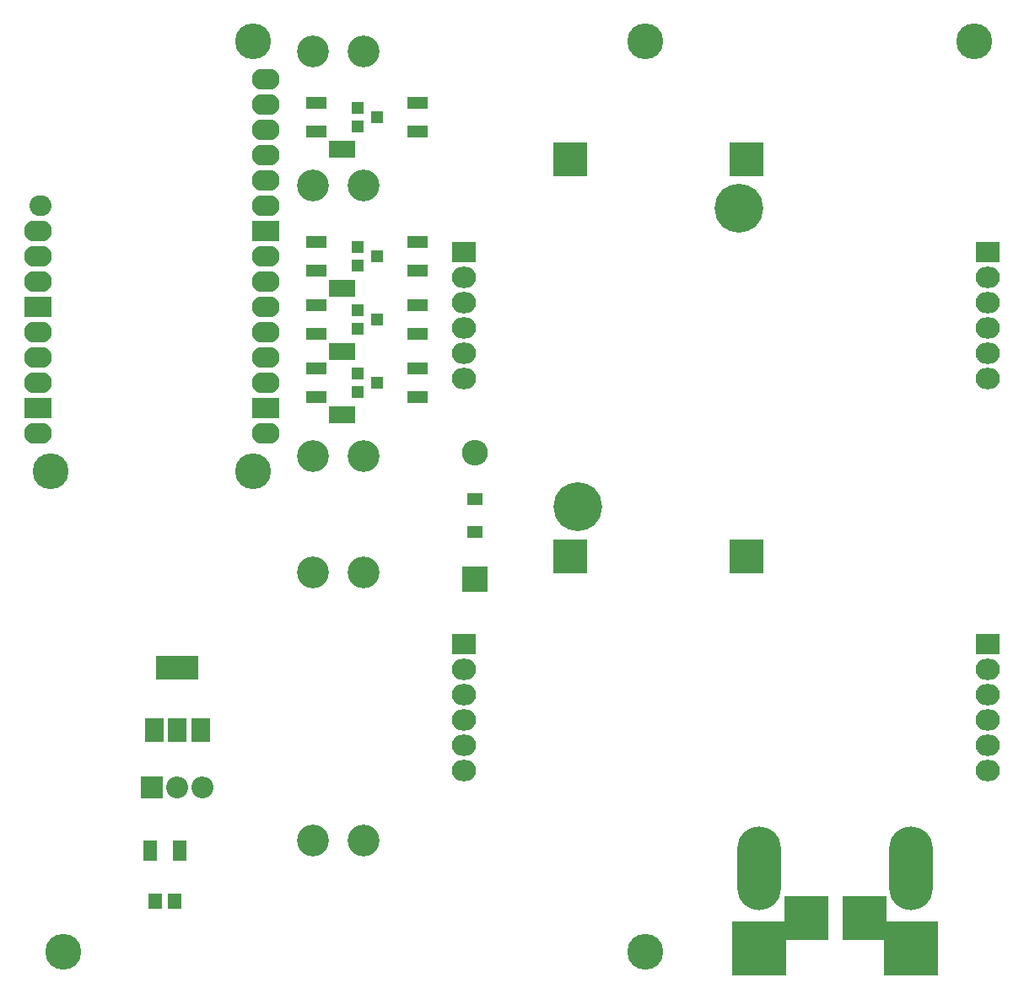
<source format=gts>
G04 #@! TF.FileFunction,Soldermask,Top*
%FSLAX46Y46*%
G04 Gerber Fmt 4.6, Leading zero omitted, Abs format (unit mm)*
G04 Created by KiCad (PCBNEW 4.0.4-stable) date 12/21/17 08:36:57*
%MOMM*%
%LPD*%
G01*
G04 APERTURE LIST*
%ADD10C,0.250000*%
%ADD11C,4.900000*%
%ADD12R,3.400000X3.400000*%
%ADD13C,3.600000*%
%ADD14R,2.800000X2.100000*%
%ADD15O,2.800000X2.100000*%
%ADD16O,2.200000X2.100000*%
%ADD17R,1.400000X2.000000*%
%ADD18R,1.400000X1.650000*%
%ADD19R,2.600000X2.600000*%
%ADD20O,2.600000X2.600000*%
%ADD21O,4.400000X8.400000*%
%ADD22R,5.400000X5.400000*%
%ADD23R,4.400000X4.400000*%
%ADD24O,2.432000X2.127200*%
%ADD25R,2.432000X2.127200*%
%ADD26C,3.200000*%
%ADD27R,1.300000X1.200000*%
%ADD28R,2.100000X1.300000*%
%ADD29R,2.200000X2.200000*%
%ADD30O,2.200000X2.200000*%
%ADD31R,1.600000X1.300000*%
%ADD32R,4.200000X2.400000*%
%ADD33R,1.900000X2.400000*%
%ADD34R,1.370000X1.670000*%
G04 APERTURE END LIST*
D10*
D11*
X129070100Y-114020600D03*
X145249900Y-84099400D03*
D12*
X128346200Y-118999000D03*
X145973800Y-118999000D03*
X145973800Y-79121000D03*
X128346200Y-79121000D03*
D13*
X135890000Y-67310000D03*
X135890000Y-158750000D03*
X77470000Y-158750000D03*
D14*
X97790000Y-104140000D03*
D15*
X97790000Y-101600000D03*
X97790000Y-99060000D03*
X97790000Y-96520000D03*
X97790000Y-93980000D03*
D16*
X75180000Y-83820000D03*
D15*
X97790000Y-91440000D03*
X74930000Y-86360000D03*
X97790000Y-88900000D03*
X74930000Y-88900000D03*
D14*
X97790000Y-86360000D03*
D15*
X74930000Y-91440000D03*
X97790000Y-83820000D03*
D14*
X74930000Y-93980000D03*
D15*
X97790000Y-81280000D03*
X74930000Y-96520000D03*
X97790000Y-78740000D03*
X74930000Y-99060000D03*
X97790000Y-76200000D03*
X74930000Y-101600000D03*
X97790000Y-73660000D03*
D14*
X74930000Y-104140000D03*
D15*
X97790000Y-71120000D03*
X74930000Y-106680000D03*
X97790000Y-106680000D03*
D13*
X96520000Y-67310000D03*
X96520000Y-110490000D03*
X76200000Y-110490000D03*
D17*
X89130000Y-148590000D03*
X86130000Y-148590000D03*
D18*
X88630000Y-153670000D03*
X86630000Y-153670000D03*
D19*
X118745000Y-121285000D03*
D20*
X118745000Y-108585000D03*
D21*
X162560000Y-150400000D03*
D22*
X162560000Y-158400000D03*
D23*
X157860000Y-155400000D03*
D24*
X117625000Y-101175000D03*
X117625000Y-98635000D03*
X117625000Y-96095000D03*
X117625000Y-93555000D03*
X117625000Y-91015000D03*
D25*
X117625000Y-88475000D03*
D26*
X102455980Y-68336160D03*
X107535980Y-68336160D03*
X102453440Y-81798160D03*
X107533440Y-81798160D03*
X102453440Y-108976160D03*
X107533440Y-108976160D03*
X102453440Y-120660160D03*
X107533440Y-120660160D03*
X102453440Y-147584160D03*
X107533440Y-147584160D03*
D24*
X117625000Y-140550000D03*
X117625000Y-138010000D03*
X117625000Y-135470000D03*
X117625000Y-132930000D03*
X117625000Y-130390000D03*
D25*
X117625000Y-127850000D03*
D24*
X170200000Y-101175000D03*
X170200000Y-98635000D03*
X170200000Y-96095000D03*
X170200000Y-93555000D03*
X170200000Y-91015000D03*
D25*
X170200000Y-88475000D03*
D24*
X170200000Y-140525000D03*
X170200000Y-137985000D03*
X170200000Y-135445000D03*
X170200000Y-132905000D03*
X170200000Y-130365000D03*
D25*
X170200000Y-127825000D03*
D27*
X106950000Y-100650000D03*
X106950000Y-102550000D03*
X108950000Y-101600000D03*
X106950000Y-94300000D03*
X106950000Y-96200000D03*
X108950000Y-95250000D03*
X106950000Y-87950000D03*
X106950000Y-89850000D03*
X108950000Y-88900000D03*
X106950000Y-73980000D03*
X106950000Y-75880000D03*
X108950000Y-74930000D03*
D28*
X102870000Y-100150000D03*
X102870000Y-103050000D03*
X102870000Y-93800000D03*
X102870000Y-96700000D03*
X102870000Y-87450000D03*
X102870000Y-90350000D03*
X102870000Y-73480000D03*
X102870000Y-76380000D03*
X113030000Y-100150000D03*
X113030000Y-103050000D03*
X113030000Y-93800000D03*
X113030000Y-96700000D03*
X113030000Y-87450000D03*
X113030000Y-90350000D03*
X113030000Y-73480000D03*
X113030000Y-76380000D03*
D29*
X86360000Y-142240000D03*
D30*
X88900000Y-142240000D03*
X91440000Y-142240000D03*
D31*
X118745000Y-116585000D03*
X118745000Y-113285000D03*
D32*
X88900000Y-130200000D03*
D33*
X88900000Y-136500000D03*
X91200000Y-136500000D03*
X86600000Y-136500000D03*
D21*
X147320000Y-150400000D03*
D22*
X147320000Y-158400000D03*
D23*
X152020000Y-155400000D03*
D13*
X168910000Y-67310000D03*
D34*
X104770000Y-98425000D03*
X106050000Y-98425000D03*
X104770000Y-92075000D03*
X106050000Y-92075000D03*
X104770000Y-104775000D03*
X106050000Y-104775000D03*
X104770000Y-78105000D03*
X106050000Y-78105000D03*
M02*

</source>
